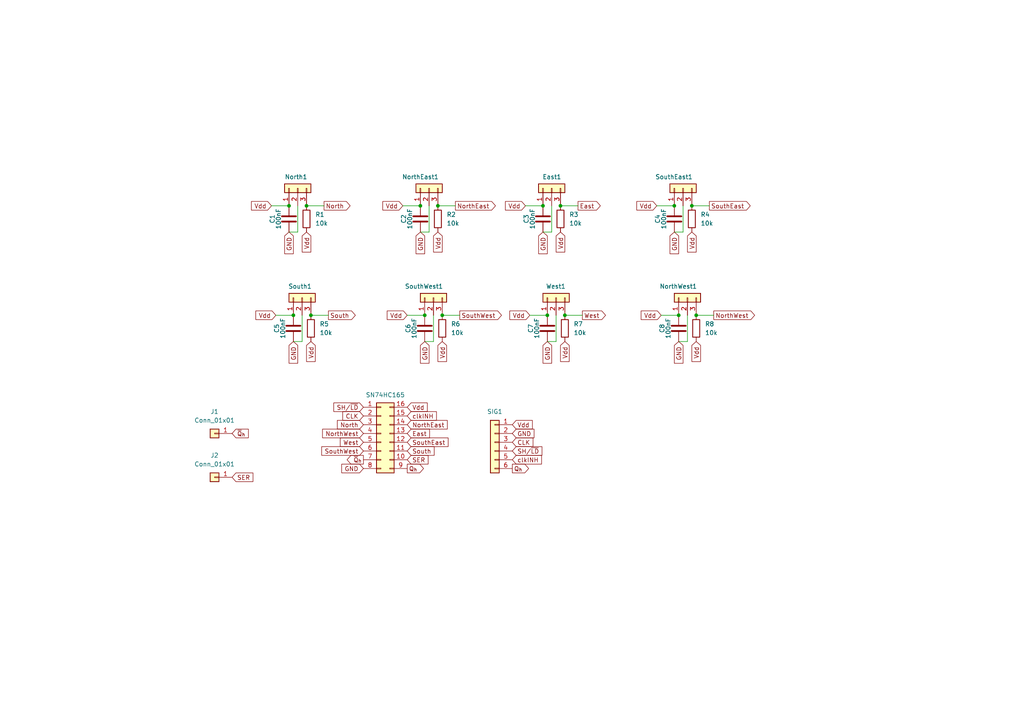
<source format=kicad_sch>
(kicad_sch (version 20231120) (generator "eeschema") (generator_version "8.0")
  (paper "A4")
  (lib_symbols
    (symbol "Connector_Generic:Conn_01x01" (pin_names (offset 1.016) hide)
      (property "Reference" "J" (at 0 2.54 0))
      (property "Value" "Conn_01x01" (at 0 -2.54 0))
      (symbol "Conn_01x01_1_1"
        (rectangle (start -1.27 0.127) (end 0 -0.127) (stroke (width 0.1524)))
        (rectangle (start -1.27 1.27) (end 1.27 -1.27) (stroke (width 0.254)) (fill (type background)))
        (pin passive line (at -5.08 0 0) (length 3.81) (name "Pin_1") (number "1"))
      )
    )
    (symbol "Connector_Generic:Conn_01x03" (pin_names (offset 1.016) hide)
      (property "Reference" "J" (at 0 5.08 0))
      (property "Value" "Conn_01x03" (at 0 -5.08 0))
      (symbol "Conn_01x03_1_1"
        (rectangle (start -1.27 -2.413) (end 0 -2.667) (stroke (width 0.1524)))
        (rectangle (start -1.27 0.127) (end 0 -0.127) (stroke (width 0.1524)))
        (rectangle (start -1.27 2.667) (end 0 2.413) (stroke (width 0.1524)))
        (rectangle (start -1.27 3.81) (end 1.27 -3.81) (stroke (width 0.254)) (fill (type background)))
        (pin passive line (at -5.08 2.54 0) (length 3.81) (name "Pin_1") (number "1"))
        (pin passive line (at -5.08 0 0) (length 3.81) (name "Pin_2") (number "2"))
        (pin passive line (at -5.08 -2.54 0) (length 3.81) (name "Pin_3") (number "3"))
      )
    )
    (symbol "Connector_Generic:Conn_01x06" (pin_names (offset 1.016) hide)
      (property "Reference" "J" (at 0 7.62 0))
      (property "Value" "Conn_01x06" (at 0 -10.16 0))
      (symbol "Conn_01x06_1_1"
        (rectangle (start -1.27 -7.493) (end 0 -7.747) (stroke (width 0.1524)))
        (rectangle (start -1.27 -4.953) (end 0 -5.207) (stroke (width 0.1524)))
        (rectangle (start -1.27 -2.413) (end 0 -2.667) (stroke (width 0.1524)))
        (rectangle (start -1.27 0.127) (end 0 -0.127) (stroke (width 0.1524)))
        (rectangle (start -1.27 2.667) (end 0 2.413) (stroke (width 0.1524)))
        (rectangle (start -1.27 5.207) (end 0 4.953) (stroke (width 0.1524)))
        (rectangle (start -1.27 6.35) (end 1.27 -8.89) (stroke (width 0.254)) (fill (type background)))
        (pin passive line (at -5.08 5.08 0) (length 3.81) (name "Pin_1") (number "1"))
        (pin passive line (at -5.08 2.54 0) (length 3.81) (name "Pin_2") (number "2"))
        (pin passive line (at -5.08 0 0) (length 3.81) (name "Pin_3") (number "3"))
        (pin passive line (at -5.08 -2.54 0) (length 3.81) (name "Pin_4") (number "4"))
        (pin passive line (at -5.08 -5.08 0) (length 3.81) (name "Pin_5") (number "5"))
        (pin passive line (at -5.08 -7.62 0) (length 3.81) (name "Pin_6") (number "6"))
      )
    )
    (symbol "Connector_Generic:Conn_02x08_Counter_Clockwise" (pin_names (offset 1.016) hide)
      (property "Reference" "J" (at 1.27 10.16 0))
      (property "Value" "Conn_02x08_Counter_Clockwise" (at 1.27 -12.7 0))
      (symbol "Conn_02x08_Counter_Clockwise_1_1"
        (rectangle (start -1.27 -10.033) (end 0 -10.287) (stroke (width 0.1524)))
        (rectangle (start -1.27 -7.493) (end 0 -7.747) (stroke (width 0.1524)))
        (rectangle (start -1.27 -4.953) (end 0 -5.207) (stroke (width 0.1524)))
        (rectangle (start -1.27 -2.413) (end 0 -2.667) (stroke (width 0.1524)))
        (rectangle (start -1.27 0.127) (end 0 -0.127) (stroke (width 0.1524)))
        (rectangle (start -1.27 2.667) (end 0 2.413) (stroke (width 0.1524)))
        (rectangle (start -1.27 5.207) (end 0 4.953) (stroke (width 0.1524)))
        (rectangle (start -1.27 7.747) (end 0 7.493) (stroke (width 0.1524)))
        (rectangle (start -1.27 8.89) (end 3.81 -11.43) (stroke (width 0.254)) (fill (type background)))
        (rectangle (start 3.81 -10.033) (end 2.54 -10.287) (stroke (width 0.1524)))
        (rectangle (start 3.81 -7.493) (end 2.54 -7.747) (stroke (width 0.1524)))
        (rectangle (start 3.81 -4.953) (end 2.54 -5.207) (stroke (width 0.1524)))
        (rectangle (start 3.81 -2.413) (end 2.54 -2.667) (stroke (width 0.1524)))
        (rectangle (start 3.81 0.127) (end 2.54 -0.127) (stroke (width 0.1524)))
        (rectangle (start 3.81 2.667) (end 2.54 2.413) (stroke (width 0.1524)))
        (rectangle (start 3.81 5.207) (end 2.54 4.953) (stroke (width 0.1524)))
        (rectangle (start 3.81 7.747) (end 2.54 7.493) (stroke (width 0.1524)))
        (pin passive line (at -5.08 7.62 0) (length 3.81) (name "Pin_1") (number "1"))
        (pin passive line (at 7.62 -7.62 180) (length 3.81) (name "Pin_10") (number "10"))
        (pin passive line (at 7.62 -5.08 180) (length 3.81) (name "Pin_11") (number "11"))
        (pin passive line (at 7.62 -2.54 180) (length 3.81) (name "Pin_12") (number "12"))
        (pin passive line (at 7.62 0 180) (length 3.81) (name "Pin_13") (number "13"))
        (pin passive line (at 7.62 2.54 180) (length 3.81) (name "Pin_14") (number "14"))
        (pin passive line (at 7.62 5.08 180) (length 3.81) (name "Pin_15") (number "15"))
        (pin passive line (at 7.62 7.62 180) (length 3.81) (name "Pin_16") (number "16"))
        (pin passive line (at -5.08 5.08 0) (length 3.81) (name "Pin_2") (number "2"))
        (pin passive line (at -5.08 2.54 0) (length 3.81) (name "Pin_3") (number "3"))
        (pin passive line (at -5.08 0 0) (length 3.81) (name "Pin_4") (number "4"))
        (pin passive line (at -5.08 -2.54 0) (length 3.81) (name "Pin_5") (number "5"))
        (pin passive line (at -5.08 -5.08 0) (length 3.81) (name "Pin_6") (number "6"))
        (pin passive line (at -5.08 -7.62 0) (length 3.81) (name "Pin_7") (number "7"))
        (pin passive line (at -5.08 -10.16 0) (length 3.81) (name "Pin_8") (number "8"))
        (pin passive line (at 7.62 -10.16 180) (length 3.81) (name "Pin_9") (number "9"))
      )
    )
    (symbol "Device:C" (pin_numbers hide) (pin_names (offset 0.254))
      (property "Reference" "C" (at 0.635 2.54 0))
      (property "Value" "C" (at 0.635 -2.54 0))
      (symbol "C_0_1"
        (polyline (pts (xy -2.032 -0.762) (xy 2.032 -0.762)) (stroke (width 0.508)))
        (polyline (pts (xy -2.032 0.762) (xy 2.032 0.762)) (stroke (width 0.508)))
      )
      (symbol "C_1_1"
        (pin passive line (at 0 3.81 270) (length 2.794) (name "~") (number "1"))
        (pin passive line (at 0 -3.81 90) (length 2.794) (name "~") (number "2"))
      )
    )
    (symbol "Device:R" (pin_numbers hide) (pin_names (offset 0))
      (property "Reference" "R" (at 2.032 0 90))
      (property "Value" "R" (at 0 0 90))
      (symbol "R_0_1"
        (rectangle (start -1.016 -2.54) (end 1.016 2.54) (stroke (width 0.254)))
      )
      (symbol "R_1_1"
        (pin passive line (at 0 3.81 270) (length 1.27) (name "~") (number "1"))
        (pin passive line (at 0 -3.81 90) (length 1.27) (name "~") (number "2"))
      )
    )
  )
  (junction (at 123.19 91.44))
  (junction (at 196.85 91.44))
  (junction (at 200.66 59.69))
  (junction (at 128.27 91.44))
  (junction (at 83.82 59.69))
  (junction (at 121.92 59.69))
  (junction (at 127 59.69))
  (junction (at 163.83 91.44))
  (junction (at 88.9 59.69))
  (junction (at 157.48 59.69))
  (junction (at 85.09 91.44))
  (junction (at 195.58 59.69))
  (junction (at 162.56 59.69))
  (junction (at 158.75 91.44))
  (junction (at 90.17 91.44))
  (junction (at 201.93 91.44))
  (wire (pts (xy 161.29 91.44) (xy 161.29 99.06)))
  (wire (pts (xy 90.17 91.44) (xy 95.25 91.44)))
  (wire (pts (xy 85.09 99.06) (xy 87.63 99.06)))
  (wire (pts (xy 80.01 91.44) (xy 85.09 91.44)))
  (wire (pts (xy 200.66 59.69) (xy 205.74 59.69)))
  (wire (pts (xy 201.93 91.44) (xy 207.01 91.44)))
  (wire (pts (xy 199.39 91.44) (xy 199.39 99.06)))
  (wire (pts (xy 88.9 59.69) (xy 93.98 59.69)))
  (wire (pts (xy 195.58 67.31) (xy 198.12 67.31)))
  (wire (pts (xy 116.84 59.69) (xy 121.92 59.69)))
  (wire (pts (xy 87.63 91.44) (xy 87.63 99.06)))
  (wire (pts (xy 158.75 99.06) (xy 161.29 99.06)))
  (wire (pts (xy 152.4 59.69) (xy 157.48 59.69)))
  (wire (pts (xy 121.92 67.31) (xy 124.46 67.31)))
  (wire (pts (xy 163.83 91.44) (xy 168.91 91.44)))
  (wire (pts (xy 86.36 59.69) (xy 86.36 67.31)))
  (wire (pts (xy 78.74 59.69) (xy 83.82 59.69)))
  (wire (pts (xy 153.67 91.44) (xy 158.75 91.44)))
  (wire (pts (xy 123.19 99.06) (xy 125.73 99.06)))
  (wire (pts (xy 191.77 91.44) (xy 196.85 91.44)))
  (wire (pts (xy 190.5 59.69) (xy 195.58 59.69)))
  (wire (pts (xy 118.11 91.44) (xy 123.19 91.44)))
  (wire (pts (xy 128.27 91.44) (xy 133.35 91.44)))
  (wire (pts (xy 162.56 59.69) (xy 167.64 59.69)))
  (wire (pts (xy 198.12 59.69) (xy 198.12 67.31)))
  (wire (pts (xy 124.46 59.69) (xy 124.46 67.31)))
  (wire (pts (xy 125.73 91.44) (xy 125.73 99.06)))
  (wire (pts (xy 83.82 67.31) (xy 86.36 67.31)))
  (wire (pts (xy 127 59.69) (xy 132.08 59.69)))
  (wire (pts (xy 160.02 59.69) (xy 160.02 67.31)))
  (wire (pts (xy 157.48 67.31) (xy 160.02 67.31)))
  (wire (pts (xy 196.85 99.06) (xy 199.39 99.06)))
  (global_label "South" (shape output) (at 95.25 91.44 0) (property "Intersheetrefs" "${INTERSHEET_REFS}" (effects (hide yes))))
  (global_label "Vdd" (shape input) (at 190.5 59.69 180) (property "Intersheetrefs" "${INTERSHEET_REFS}" (effects (hide yes))))
  (global_label "Vdd" (shape input) (at 162.56 67.31 270) (property "Intersheetrefs" "${INTERSHEET_REFS}" (effects (hide yes))))
  (global_label "CLK" (shape input) (at 105.41 120.65 180) (property "Intersheetrefs" "${INTERSHEET_REFS}" (effects (hide yes))))
  (global_label "Vdd" (shape input) (at 191.77 91.44 180) (property "Intersheetrefs" "${INTERSHEET_REFS}" (effects (hide yes))))
  (global_label "SouthWest" (shape input) (at 105.41 130.81 180) (property "Intersheetrefs" "${INTERSHEET_REFS}" (effects (hide yes))))
  (global_label "GND" (shape input) (at 195.58 67.31 270) (property "Intersheetrefs" "${INTERSHEET_REFS}" (effects (hide yes))))
  (global_label "NorthEast" (shape output) (at 132.08 59.69 0) (property "Intersheetrefs" "${INTERSHEET_REFS}" (effects (hide yes))))
  (global_label "Vdd" (shape input) (at 118.11 91.44 180) (property "Intersheetrefs" "${INTERSHEET_REFS}" (effects (hide yes))))
  (global_label "GND" (shape input) (at 157.48 67.31 270) (property "Intersheetrefs" "${INTERSHEET_REFS}" (effects (hide yes))))
  (global_label "SH{slash}~{LD}" (shape input) (at 105.41 118.11 180) (property "Intersheetrefs" "${INTERSHEET_REFS}" (effects (hide yes))))
  (global_label "West" (shape output) (at 168.91 91.44 0) (property "Intersheetrefs" "${INTERSHEET_REFS}" (effects (hide yes))))
  (global_label "SER" (shape input) (at 118.11 133.35 0) (property "Intersheetrefs" "${INTERSHEET_REFS}" (effects (hide yes))))
  (global_label "Q_{h}" (shape output) (at 118.11 135.89 0) (property "Intersheetrefs" "${INTERSHEET_REFS}" (effects (hide yes))))
  (global_label "SouthEast" (shape output) (at 205.74 59.69 0) (property "Intersheetrefs" "${INTERSHEET_REFS}" (effects (hide yes))))
  (global_label "GND" (shape input) (at 121.92 67.31 270) (property "Intersheetrefs" "${INTERSHEET_REFS}" (effects (hide yes))))
  (global_label "West" (shape input) (at 105.41 128.27 180) (property "Intersheetrefs" "${INTERSHEET_REFS}" (effects (hide yes))))
  (global_label "GND" (shape input) (at 85.09 99.06 270) (property "Intersheetrefs" "${INTERSHEET_REFS}" (effects (hide yes))))
  (global_label "SH{slash}~{LD}" (shape input) (at 148.59 130.81 0) (property "Intersheetrefs" "${INTERSHEET_REFS}" (effects (hide yes))))
  (global_label "GND" (shape input) (at 105.41 135.89 180) (property "Intersheetrefs" "${INTERSHEET_REFS}" (effects (hide yes))))
  (global_label "Vdd" (shape input) (at 127 67.31 270) (property "Intersheetrefs" "${INTERSHEET_REFS}" (effects (hide yes))))
  (global_label "Vdd" (shape input) (at 118.11 118.11 0) (property "Intersheetrefs" "${INTERSHEET_REFS}" (effects (hide yes))))
  (global_label "Vdd" (shape input) (at 116.84 59.69 180) (property "Intersheetrefs" "${INTERSHEET_REFS}" (effects (hide yes))))
  (global_label "Vdd" (shape input) (at 80.01 91.44 180) (property "Intersheetrefs" "${INTERSHEET_REFS}" (effects (hide yes))))
  (global_label "Q_{h}" (shape output) (at 148.59 135.89 0) (property "Intersheetrefs" "${INTERSHEET_REFS}" (effects (hide yes))))
  (global_label "~{Q}_{h}" (shape input) (at 67.31 125.73 0) (property "Intersheetrefs" "${INTERSHEET_REFS}" (effects (hide yes))))
  (global_label "South" (shape input) (at 118.11 130.81 0) (property "Intersheetrefs" "${INTERSHEET_REFS}" (effects (hide yes))))
  (global_label "GND" (shape input) (at 83.82 67.31 270) (property "Intersheetrefs" "${INTERSHEET_REFS}" (effects (hide yes))))
  (global_label "North" (shape input) (at 105.41 123.19 180) (property "Intersheetrefs" "${INTERSHEET_REFS}" (effects (hide yes))))
  (global_label "Vdd" (shape input) (at 148.59 123.19 0) (property "Intersheetrefs" "${INTERSHEET_REFS}" (effects (hide yes))))
  (global_label "SER" (shape input) (at 67.31 138.43 0) (property "Intersheetrefs" "${INTERSHEET_REFS}" (effects (hide yes))))
  (global_label "Vdd" (shape input) (at 201.93 99.06 270) (property "Intersheetrefs" "${INTERSHEET_REFS}" (effects (hide yes))))
  (global_label "Vdd" (shape input) (at 153.67 91.44 180) (property "Intersheetrefs" "${INTERSHEET_REFS}" (effects (hide yes))))
  (global_label "NorthWest" (shape output) (at 207.01 91.44 0) (property "Intersheetrefs" "${INTERSHEET_REFS}" (effects (hide yes))))
  (global_label "Vdd" (shape input) (at 90.17 99.06 270) (property "Intersheetrefs" "${INTERSHEET_REFS}" (effects (hide yes))))
  (global_label "GND" (shape input) (at 158.75 99.06 270) (property "Intersheetrefs" "${INTERSHEET_REFS}" (effects (hide yes))))
  (global_label "NorthWest" (shape input) (at 105.41 125.73 180) (property "Intersheetrefs" "${INTERSHEET_REFS}" (effects (hide yes))))
  (global_label "NorthEast" (shape input) (at 118.11 123.19 0) (property "Intersheetrefs" "${INTERSHEET_REFS}" (effects (hide yes))))
  (global_label "Vdd" (shape input) (at 88.9 67.31 270) (property "Intersheetrefs" "${INTERSHEET_REFS}" (effects (hide yes))))
  (global_label "East" (shape input) (at 118.11 125.73 0) (property "Intersheetrefs" "${INTERSHEET_REFS}" (effects (hide yes))))
  (global_label "Vdd" (shape input) (at 78.74 59.69 180) (property "Intersheetrefs" "${INTERSHEET_REFS}" (effects (hide yes))))
  (global_label "GND" (shape input) (at 196.85 99.06 270) (property "Intersheetrefs" "${INTERSHEET_REFS}" (effects (hide yes))))
  (global_label "clkINH" (shape input) (at 118.11 120.65 0) (property "Intersheetrefs" "${INTERSHEET_REFS}" (effects (hide yes))))
  (global_label "GND" (shape input) (at 123.19 99.06 270) (property "Intersheetrefs" "${INTERSHEET_REFS}" (effects (hide yes))))
  (global_label "Vdd" (shape input) (at 200.66 67.31 270) (property "Intersheetrefs" "${INTERSHEET_REFS}" (effects (hide yes))))
  (global_label "SouthWest" (shape output) (at 133.35 91.44 0) (property "Intersheetrefs" "${INTERSHEET_REFS}" (effects (hide yes))))
  (global_label "clkINH" (shape input) (at 148.59 133.35 0) (property "Intersheetrefs" "${INTERSHEET_REFS}" (effects (hide yes))))
  (global_label "Vdd" (shape input) (at 128.27 99.06 270) (property "Intersheetrefs" "${INTERSHEET_REFS}" (effects (hide yes))))
  (global_label "GND" (shape input) (at 148.59 125.73 0) (property "Intersheetrefs" "${INTERSHEET_REFS}" (effects (hide yes))))
  (global_label "East" (shape output) (at 167.64 59.69 0) (property "Intersheetrefs" "${INTERSHEET_REFS}" (effects (hide yes))))
  (global_label "SouthEast" (shape input) (at 118.11 128.27 0) (property "Intersheetrefs" "${INTERSHEET_REFS}" (effects (hide yes))))
  (global_label "North" (shape output) (at 93.98 59.69 0) (property "Intersheetrefs" "${INTERSHEET_REFS}" (effects (hide yes))))
  (global_label "~{Q}_{h}" (shape output) (at 105.41 133.35 180) (property "Intersheetrefs" "${INTERSHEET_REFS}" (effects (hide yes))))
  (global_label "Vdd" (shape input) (at 152.4 59.69 180) (property "Intersheetrefs" "${INTERSHEET_REFS}" (effects (hide yes))))
  (global_label "Vdd" (shape input) (at 163.83 99.06 270) (property "Intersheetrefs" "${INTERSHEET_REFS}" (effects (hide yes))))
  (global_label "CLK" (shape input) (at 148.59 128.27 0) (property "Intersheetrefs" "${INTERSHEET_REFS}" (effects (hide yes))))
  (symbol (lib_id "Device:R") (at 162.56 63.5 180) (unit 1)
    (property "Reference" "R3" (at 165.1 62.2299 0) (effects (justify right)))
    (property "Value" "10k" (at 165.1 64.7699 0) (effects (justify right)))
    (property "Footprint" "Resistor_SMD:R_0402_1005Metric" (effects (hide yes)))
    (property "Description" "Resistor" (effects (hide yes)))
  )
  (symbol (lib_id "Device:C") (at 196.85 95.25 180) (unit 1)
    (property "Reference" "C8" (at 192.024 95.25 90))
    (property "Value" "100nF" (at 193.802 95.25 90))
    (property "Footprint" "Capacitor_SMD:C_0402_1005Metric" (effects (hide yes)))
    (property "Description" "Unpolarized capacitor" (effects (hide yes)))
  )
  (symbol (lib_id "Connector_Generic:Conn_01x03") (at 198.12 54.61 90) (unit 1)
    (property "Reference" "SouthEast1" (at 200.914 51.308 90) (effects (justify left)))
    (property "Value" "Conn_01x03" (effects (hide yes)))
    (property "Footprint" "Connector_PinHeader_2.54mm:PinHeader_1x03_P2.54mm_Vertical" (effects (hide yes)))
    (property "Description" "Generic connector, single row, 01x03, script generated (kicad-library-utils/schlib/autogen/connector/)" (effects (hide yes)))
  )
  (symbol (lib_id "Device:R") (at 88.9 63.5 180) (unit 1)
    (property "Reference" "R1" (at 91.44 62.2299 0) (effects (justify right)))
    (property "Value" "10k" (at 91.44 64.7699 0) (effects (justify right)))
    (property "Footprint" "Resistor_SMD:R_0402_1005Metric" (effects (hide yes)))
    (property "Description" "Resistor" (effects (hide yes)))
  )
  (symbol (lib_id "Device:C") (at 85.09 95.25 180) (unit 1)
    (property "Reference" "C5" (at 80.264 95.25 90))
    (property "Value" "100nF" (at 82.042 95.25 90))
    (property "Footprint" "Capacitor_SMD:C_0402_1005Metric" (effects (hide yes)))
    (property "Description" "Unpolarized capacitor" (effects (hide yes)))
  )
  (symbol (lib_id "Device:R") (at 90.17 95.25 180) (unit 1)
    (property "Reference" "R5" (at 92.71 93.9799 0) (effects (justify right)))
    (property "Value" "10k" (at 92.71 96.5199 0) (effects (justify right)))
    (property "Footprint" "Resistor_SMD:R_0402_1005Metric" (effects (hide yes)))
    (property "Description" "Resistor" (effects (hide yes)))
  )
  (symbol (lib_id "Connector_Generic:Conn_01x03") (at 124.46 54.61 90) (unit 1)
    (property "Reference" "NorthEast1" (at 127.254 51.308 90) (effects (justify left)))
    (property "Value" "Conn_01x03" (effects (hide yes)))
    (property "Footprint" "Connector_PinHeader_2.54mm:PinHeader_1x03_P2.54mm_Vertical" (effects (hide yes)))
    (property "Description" "Generic connector, single row, 01x03, script generated (kicad-library-utils/schlib/autogen/connector/)" (effects (hide yes)))
  )
  (symbol (lib_id "Device:R") (at 200.66 63.5 180) (unit 1)
    (property "Reference" "R4" (at 203.2 62.2299 0) (effects (justify right)))
    (property "Value" "10k" (at 203.2 64.7699 0) (effects (justify right)))
    (property "Footprint" "Resistor_SMD:R_0402_1005Metric" (effects (hide yes)))
    (property "Description" "Resistor" (effects (hide yes)))
  )
  (symbol (lib_id "Device:R") (at 128.27 95.25 180) (unit 1)
    (property "Reference" "R6" (at 130.81 93.9799 0) (effects (justify right)))
    (property "Value" "10k" (at 130.81 96.5199 0) (effects (justify right)))
    (property "Footprint" "Resistor_SMD:R_0402_1005Metric" (effects (hide yes)))
    (property "Description" "Resistor" (effects (hide yes)))
  )
  (symbol (lib_id "Device:C") (at 83.82 63.5 180) (unit 1)
    (property "Reference" "C1" (at 78.994 63.5 90))
    (property "Value" "100nF" (at 80.772 63.5 90))
    (property "Footprint" "Capacitor_SMD:C_0402_1005Metric" (effects (hide yes)))
    (property "Description" "Unpolarized capacitor" (effects (hide yes)))
  )
  (symbol (lib_id "Connector_Generic:Conn_01x03") (at 199.39 86.36 90) (unit 1)
    (property "Reference" "NorthWest1" (at 202.184 83.058 90) (effects (justify left)))
    (property "Value" "Conn_01x03" (effects (hide yes)))
    (property "Footprint" "Connector_PinHeader_2.54mm:PinHeader_1x03_P2.54mm_Vertical" (effects (hide yes)))
    (property "Description" "Generic connector, single row, 01x03, script generated (kicad-library-utils/schlib/autogen/connector/)" (effects (hide yes)))
  )
  (symbol (lib_id "Connector_Generic:Conn_01x03") (at 87.63 86.36 90) (unit 1)
    (property "Reference" "South1" (at 90.424 83.058 90) (effects (justify left)))
    (property "Value" "Conn_01x03" (effects (hide yes)))
    (property "Footprint" "Connector_PinHeader_2.54mm:PinHeader_1x03_P2.54mm_Vertical" (effects (hide yes)))
    (property "Description" "Generic connector, single row, 01x03, script generated (kicad-library-utils/schlib/autogen/connector/)" (effects (hide yes)))
  )
  (symbol (lib_id "Connector_Generic:Conn_01x01") (at 62.23 138.43 0) (mirror y) (unit 1)
    (property "Reference" "J2" (at 62.23 132.08 0))
    (property "Value" "Conn_01x01" (at 62.23 134.62 0))
    (property "Footprint" "Connector_PinHeader_2.54mm:PinHeader_1x01_P2.54mm_Vertical" (effects (hide yes)))
    (property "Description" "Generic connector, single row, 01x01, script generated (kicad-library-utils/schlib/autogen/connector/)" (effects (hide yes)))
  )
  (symbol (lib_id "Device:R") (at 163.83 95.25 180) (unit 1)
    (property "Reference" "R7" (at 166.37 93.9799 0) (effects (justify right)))
    (property "Value" "10k" (at 166.37 96.5199 0) (effects (justify right)))
    (property "Footprint" "Resistor_SMD:R_0402_1005Metric" (effects (hide yes)))
    (property "Description" "Resistor" (effects (hide yes)))
  )
  (symbol (lib_id "Connector_Generic:Conn_01x03") (at 86.36 54.61 90) (unit 1)
    (property "Reference" "North1" (at 89.154 51.308 90) (effects (justify left)))
    (property "Value" "Conn_01x03" (effects (hide yes)))
    (property "Footprint" "Connector_PinHeader_2.54mm:PinHeader_1x03_P2.54mm_Vertical" (effects (hide yes)))
    (property "Description" "Generic connector, single row, 01x03, script generated (kicad-library-utils/schlib/autogen/connector/)" (effects (hide yes)))
  )
  (symbol (lib_id "Device:C") (at 195.58 63.5 180) (unit 1)
    (property "Reference" "C4" (at 190.754 63.5 90))
    (property "Value" "100nF" (at 192.532 63.5 90))
    (property "Footprint" "Capacitor_SMD:C_0402_1005Metric" (effects (hide yes)))
    (property "Description" "Unpolarized capacitor" (effects (hide yes)))
  )
  (symbol (lib_id "Connector_Generic:Conn_01x03") (at 160.02 54.61 90) (unit 1)
    (property "Reference" "East1" (at 162.814 51.308 90) (effects (justify left)))
    (property "Value" "Conn_01x03" (effects (hide yes)))
    (property "Footprint" "Connector_PinHeader_2.54mm:PinHeader_1x03_P2.54mm_Vertical" (effects (hide yes)))
    (property "Description" "Generic connector, single row, 01x03, script generated (kicad-library-utils/schlib/autogen/connector/)" (effects (hide yes)))
  )
  (symbol (lib_id "Connector_Generic:Conn_01x03") (at 161.29 86.36 90) (unit 1)
    (property "Reference" "West1" (at 164.084 83.058 90) (effects (justify left)))
    (property "Value" "Conn_01x03" (effects (hide yes)))
    (property "Footprint" "Connector_PinHeader_2.54mm:PinHeader_1x03_P2.54mm_Vertical" (effects (hide yes)))
    (property "Description" "Generic connector, single row, 01x03, script generated (kicad-library-utils/schlib/autogen/connector/)" (effects (hide yes)))
  )
  (symbol (lib_id "Connector_Generic:Conn_02x08_Counter_Clockwise") (at 110.49 125.73 0) (unit 1)
    (property "Reference" "SN74HC165" (at 111.76 114.554 0))
    (property "Value" "Conn_02x08_Counter_Clockwise" (effects (hide yes)))
    (property "Footprint" "Package_DIP:DIP-16_W7.62mm" (effects (hide yes)))
    (property "Description" "Generic connector, double row, 02x08, counter clockwise pin numbering scheme (similar to DIP package numbering), script generated (kicad-library-utils/schlib/autogen/connector/)" (effects (hide yes)))
  )
  (symbol (lib_id "Device:R") (at 127 63.5 180) (unit 1)
    (property "Reference" "R2" (at 129.54 62.2299 0) (effects (justify right)))
    (property "Value" "10k" (at 129.54 64.7699 0) (effects (justify right)))
    (property "Footprint" "Resistor_SMD:R_0402_1005Metric" (effects (hide yes)))
    (property "Description" "Resistor" (effects (hide yes)))
  )
  (symbol (lib_id "Device:R") (at 201.93 95.25 180) (unit 1)
    (property "Reference" "R8" (at 204.47 93.9799 0) (effects (justify right)))
    (property "Value" "10k" (at 204.47 96.5199 0) (effects (justify right)))
    (property "Footprint" "Resistor_SMD:R_0402_1005Metric" (effects (hide yes)))
    (property "Description" "Resistor" (effects (hide yes)))
  )
  (symbol (lib_id "Connector_Generic:Conn_01x01") (at 62.23 125.73 0) (mirror y) (unit 1)
    (property "Reference" "J1" (at 62.23 119.38 0))
    (property "Value" "Conn_01x01" (at 62.23 121.92 0))
    (property "Footprint" "Connector_PinHeader_2.54mm:PinHeader_1x01_P2.54mm_Vertical" (effects (hide yes)))
    (property "Description" "Generic connector, single row, 01x01, script generated (kicad-library-utils/schlib/autogen/connector/)" (effects (hide yes)))
  )
  (symbol (lib_id "Connector_Generic:Conn_01x03") (at 125.73 86.36 90) (unit 1)
    (property "Reference" "SouthWest1" (at 128.524 83.058 90) (effects (justify left)))
    (property "Value" "Conn_01x03" (effects (hide yes)))
    (property "Footprint" "Connector_PinHeader_2.54mm:PinHeader_1x03_P2.54mm_Vertical" (effects (hide yes)))
    (property "Description" "Generic connector, single row, 01x03, script generated (kicad-library-utils/schlib/autogen/connector/)" (effects (hide yes)))
  )
  (symbol (lib_id "Connector_Generic:Conn_01x06") (at 143.51 128.27 0) (mirror y) (unit 1)
    (property "Reference" "SIG1" (at 143.51 119.38 0))
    (property "Value" "Conn_01x06" (effects (hide yes)))
    (property "Footprint" "Connector_PinHeader_2.54mm:PinHeader_1x06_P2.54mm_Vertical" (effects (hide yes)))
    (property "Description" "Generic connector, single row, 01x06, script generated (kicad-library-utils/schlib/autogen/connector/)" (effects (hide yes)))
  )
  (symbol (lib_id "Device:C") (at 157.48 63.5 180) (unit 1)
    (property "Reference" "C3" (at 152.654 63.5 90))
    (property "Value" "100nF" (at 154.432 63.5 90))
    (property "Footprint" "Capacitor_SMD:C_0402_1005Metric" (effects (hide yes)))
    (property "Description" "Unpolarized capacitor" (effects (hide yes)))
  )
  (symbol (lib_id "Device:C") (at 158.75 95.25 180) (unit 1)
    (property "Reference" "C7" (at 153.924 95.25 90))
    (property "Value" "100nF" (at 155.702 95.25 90))
    (property "Footprint" "Capacitor_SMD:C_0402_1005Metric" (effects (hide yes)))
    (property "Description" "Unpolarized capacitor" (effects (hide yes)))
  )
  (symbol (lib_id "Device:C") (at 123.19 95.25 180) (unit 1)
    (property "Reference" "C6" (at 118.364 95.25 90))
    (property "Value" "100nF" (at 120.142 95.25 90))
    (property "Footprint" "Capacitor_SMD:C_0402_1005Metric" (effects (hide yes)))
    (property "Description" "Unpolarized capacitor" (effects (hide yes)))
  )
  (symbol (lib_id "Device:C") (at 121.92 63.5 180) (unit 1)
    (property "Reference" "C2" (at 117.094 63.5 90))
    (property "Value" "100nF" (at 118.872 63.5 90))
    (property "Footprint" "Capacitor_SMD:C_0402_1005Metric" (effects (hide yes)))
    (property "Description" "Unpolarized capacitor" (effects (hide yes)))
  )
)
</source>
